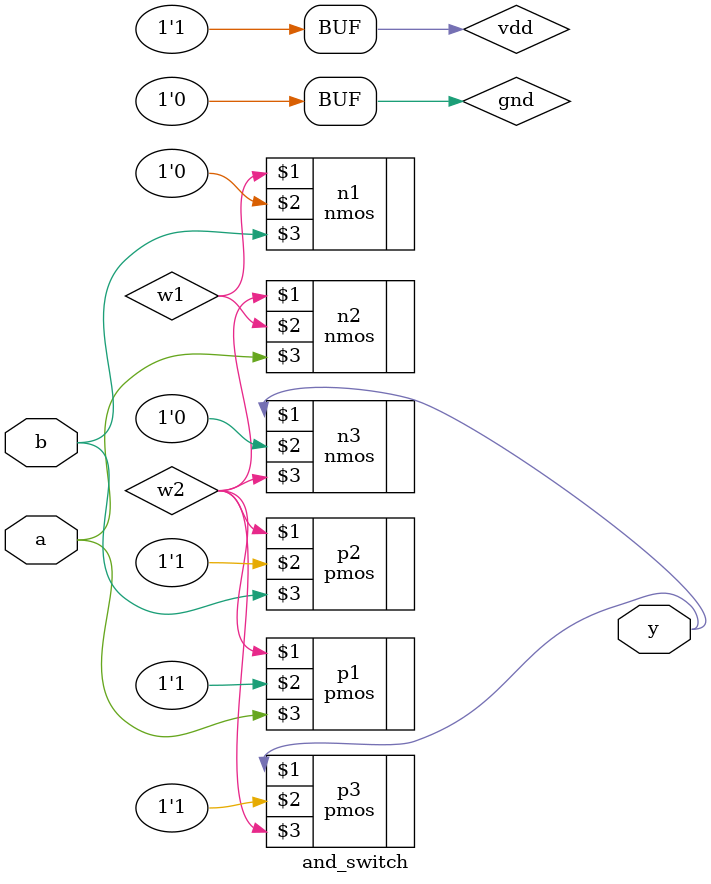
<source format=v>
`timescale 1ns / 1ps


module and_switch(input a,b,output y);
wire w1,w2;
supply1 vdd;
supply0 gnd;
pmos p1(w2,vdd,a);
pmos p2(w2,vdd,b);
nmos n1(w1,gnd,b);
nmos n2(w2,w1,a);
pmos p3(y,vdd,w2);
nmos n3(y,gnd,w2);
endmodule

</source>
